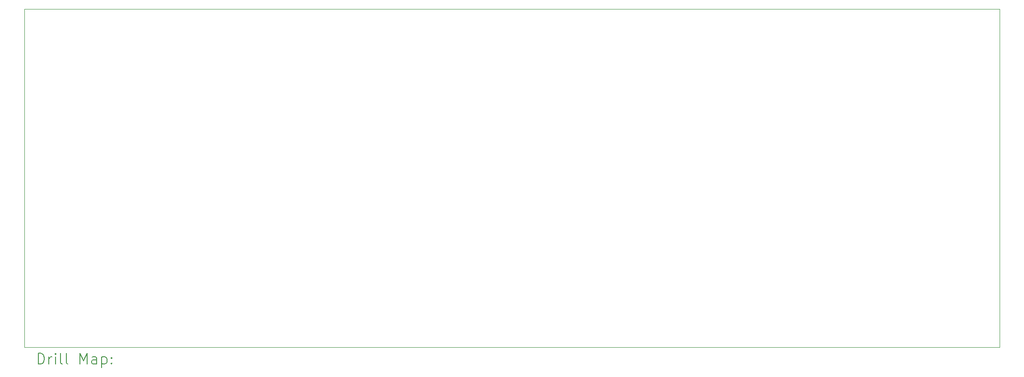
<source format=gbr>
%TF.GenerationSoftware,KiCad,Pcbnew,7.0.11+dfsg-1*%
%TF.CreationDate,2024-03-19T11:49:26-04:00*%
%TF.ProjectId,base,62617365-2e6b-4696-9361-645f70636258,rev?*%
%TF.SameCoordinates,Original*%
%TF.FileFunction,Drillmap*%
%TF.FilePolarity,Positive*%
%FSLAX45Y45*%
G04 Gerber Fmt 4.5, Leading zero omitted, Abs format (unit mm)*
G04 Created by KiCad (PCBNEW 7.0.11+dfsg-1) date 2024-03-19 11:49:26*
%MOMM*%
%LPD*%
G01*
G04 APERTURE LIST*
%ADD10C,0.050000*%
%ADD11C,0.200000*%
G04 APERTURE END LIST*
D10*
X5080000Y-6350000D02*
X23368000Y-6350000D01*
X23368000Y-12700000D01*
X5080000Y-12700000D01*
X5080000Y-6350000D01*
D11*
X5338277Y-13013984D02*
X5338277Y-12813984D01*
X5338277Y-12813984D02*
X5385896Y-12813984D01*
X5385896Y-12813984D02*
X5414467Y-12823508D01*
X5414467Y-12823508D02*
X5433515Y-12842555D01*
X5433515Y-12842555D02*
X5443039Y-12861603D01*
X5443039Y-12861603D02*
X5452563Y-12899698D01*
X5452563Y-12899698D02*
X5452563Y-12928269D01*
X5452563Y-12928269D02*
X5443039Y-12966365D01*
X5443039Y-12966365D02*
X5433515Y-12985412D01*
X5433515Y-12985412D02*
X5414467Y-13004460D01*
X5414467Y-13004460D02*
X5385896Y-13013984D01*
X5385896Y-13013984D02*
X5338277Y-13013984D01*
X5538277Y-13013984D02*
X5538277Y-12880650D01*
X5538277Y-12918746D02*
X5547801Y-12899698D01*
X5547801Y-12899698D02*
X5557324Y-12890174D01*
X5557324Y-12890174D02*
X5576372Y-12880650D01*
X5576372Y-12880650D02*
X5595420Y-12880650D01*
X5662086Y-13013984D02*
X5662086Y-12880650D01*
X5662086Y-12813984D02*
X5652562Y-12823508D01*
X5652562Y-12823508D02*
X5662086Y-12833031D01*
X5662086Y-12833031D02*
X5671610Y-12823508D01*
X5671610Y-12823508D02*
X5662086Y-12813984D01*
X5662086Y-12813984D02*
X5662086Y-12833031D01*
X5785896Y-13013984D02*
X5766848Y-13004460D01*
X5766848Y-13004460D02*
X5757324Y-12985412D01*
X5757324Y-12985412D02*
X5757324Y-12813984D01*
X5890658Y-13013984D02*
X5871610Y-13004460D01*
X5871610Y-13004460D02*
X5862086Y-12985412D01*
X5862086Y-12985412D02*
X5862086Y-12813984D01*
X6119229Y-13013984D02*
X6119229Y-12813984D01*
X6119229Y-12813984D02*
X6185896Y-12956841D01*
X6185896Y-12956841D02*
X6252562Y-12813984D01*
X6252562Y-12813984D02*
X6252562Y-13013984D01*
X6433515Y-13013984D02*
X6433515Y-12909222D01*
X6433515Y-12909222D02*
X6423991Y-12890174D01*
X6423991Y-12890174D02*
X6404943Y-12880650D01*
X6404943Y-12880650D02*
X6366848Y-12880650D01*
X6366848Y-12880650D02*
X6347801Y-12890174D01*
X6433515Y-13004460D02*
X6414467Y-13013984D01*
X6414467Y-13013984D02*
X6366848Y-13013984D01*
X6366848Y-13013984D02*
X6347801Y-13004460D01*
X6347801Y-13004460D02*
X6338277Y-12985412D01*
X6338277Y-12985412D02*
X6338277Y-12966365D01*
X6338277Y-12966365D02*
X6347801Y-12947317D01*
X6347801Y-12947317D02*
X6366848Y-12937793D01*
X6366848Y-12937793D02*
X6414467Y-12937793D01*
X6414467Y-12937793D02*
X6433515Y-12928269D01*
X6528753Y-12880650D02*
X6528753Y-13080650D01*
X6528753Y-12890174D02*
X6547801Y-12880650D01*
X6547801Y-12880650D02*
X6585896Y-12880650D01*
X6585896Y-12880650D02*
X6604943Y-12890174D01*
X6604943Y-12890174D02*
X6614467Y-12899698D01*
X6614467Y-12899698D02*
X6623991Y-12918746D01*
X6623991Y-12918746D02*
X6623991Y-12975888D01*
X6623991Y-12975888D02*
X6614467Y-12994936D01*
X6614467Y-12994936D02*
X6604943Y-13004460D01*
X6604943Y-13004460D02*
X6585896Y-13013984D01*
X6585896Y-13013984D02*
X6547801Y-13013984D01*
X6547801Y-13013984D02*
X6528753Y-13004460D01*
X6709705Y-12994936D02*
X6719229Y-13004460D01*
X6719229Y-13004460D02*
X6709705Y-13013984D01*
X6709705Y-13013984D02*
X6700182Y-13004460D01*
X6700182Y-13004460D02*
X6709705Y-12994936D01*
X6709705Y-12994936D02*
X6709705Y-13013984D01*
X6709705Y-12890174D02*
X6719229Y-12899698D01*
X6719229Y-12899698D02*
X6709705Y-12909222D01*
X6709705Y-12909222D02*
X6700182Y-12899698D01*
X6700182Y-12899698D02*
X6709705Y-12890174D01*
X6709705Y-12890174D02*
X6709705Y-12909222D01*
M02*

</source>
